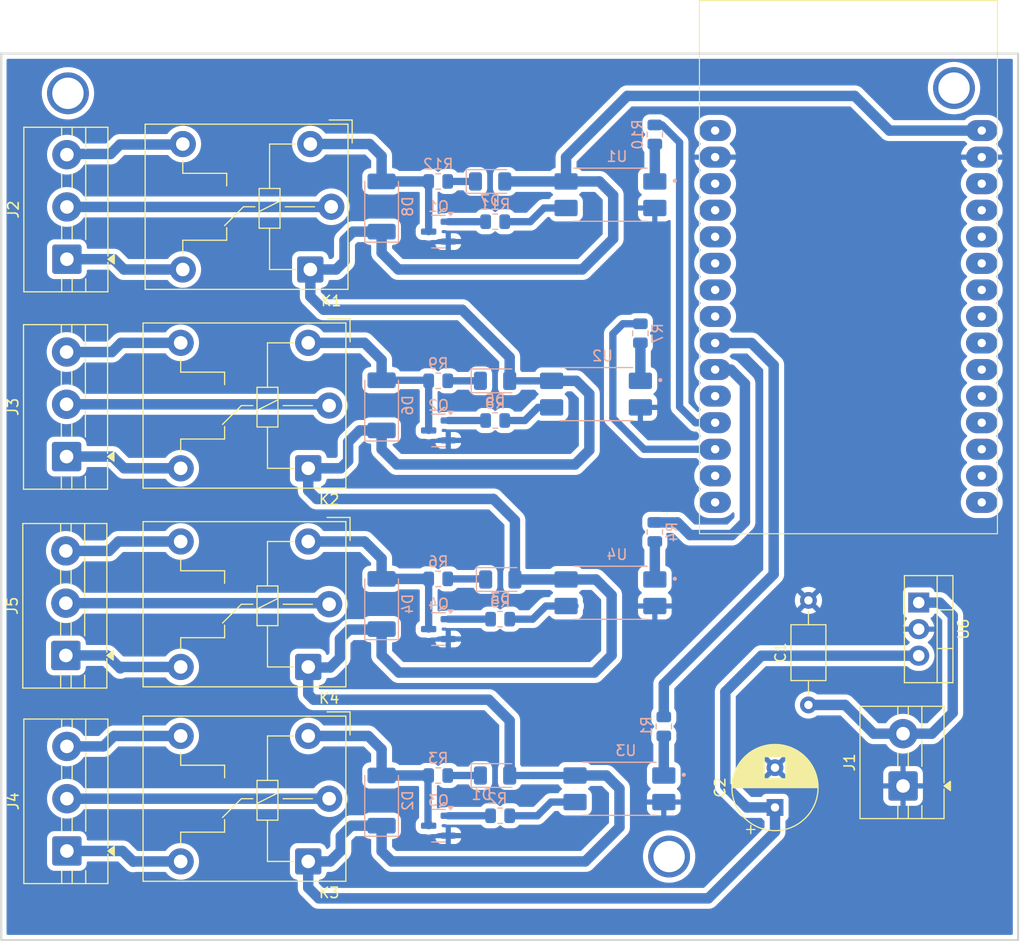
<source format=kicad_pcb>
(kicad_pcb (version 20241229) (generator "pcbnew") (generator_version "9.0")
  (layers (0 "F.Cu" signal) (2 "B.Cu" signal) (13 "F.Paste" user) (15 "B.Paste" user) (5 "F.SilkS" user "F.Silkscreen") (7 "B.SilkS" user "B.Silkscreen") (1 "F.Mask" user) (3 "B.Mask" user) (25 "Edge.Cuts" user))
  (net 0 "")
  (net 1 "Net-(D1-K)")
  (net 2 "Net-(D2-A)")
  (net 3 "Net-(D3-K)")
  (net 4 "Net-(D4-A)")
  (net 5 "Net-(D5-K)")
  (net 6 "Net-(D6-A)")
  (net 7 "Net-(D7-K)")
  (net 8 "Net-(D8-A)")
  (net 9 "NA3")
  (net 10 "NA4")
  (net 11 "NA1")
  (net 12 "NA2")
  (net 13 "GND")
  (net 14 "Net-(Q1-B)")
  (net 15 "Net-(Q2-B)")
  (net 16 "Net-(Q3-B)")
  (net 17 "Net-(Q4-B)")
  (net 18 "Net-(R1-Pad2)")
  (net 19 "Net-(R2-Pad1)")
  (net 20 "Net-(R4-Pad1)")
  (net 21 "Net-(R5-Pad1)")
  (net 22 "Net-(R7-Pad1)")
  (net 23 "Net-(R8-Pad1)")
  (net 24 "Net-(R10-Pad2)")
  (net 25 "Net-(R11-Pad1)")
  (net 26 "COM4")
  (net 27 "NC4")
  (net 28 "COM2")
  (net 29 "NC2")
  (net 30 "NC1")
  (net 31 "COM3")
  (net 32 "NC3")
  (net 33 "COM1")
  (net 34 "D27")
  (net 35 "D26")
  (net 36 "VN")
  (net 37 "D33")
  (net 38 "VP")
  (net 39 "D13")
  (net 40 "D14")
  (net 41 "D32")
  (net 42 "D12")
  (net 43 "EN")
  (net 44 "VIN")
  (net 45 "D25")
  (net 46 "D34")
  (net 47 "D35")
  (net 48 "TX0")
  (net 49 "D5")
  (net 50 "D4")
  (net 51 "D23")
  (net 52 "D18")
  (net 53 "DX2")
  (net 54 "D19")
  (net 55 "D15")
  (net 56 "D21")
  (net 57 "D22")
  (net 58 "RX2")
  (net 59 "RX0")
  (net 60 "D2")
  (net 61 "3V3")
  (net 62 "Net-(J1-Pin_2)")
  (footprint "Relay_THT:Relay_SPDT_Hongfa_JQC-3FF_0XX-1Z" (layer "F.Cu") (at 109.9825 90.3675 180)
    (property "Reference" "K4" (at -2 -3 0) (layer "F.SilkS"))
    (property "Value" "JQC-3FF-005-1Z")
    (pad "11" thru_hole circle (at -2 6 180) (size 2.5 2.5) (drill 1.3) (layers "*.Cu" "*.Mask") (net 26 "COM4"))
    (pad "12" thru_hole circle (at 12.2 0 180) (size 2.5 2.5) (drill 1.3) (layers "*.Cu" "*.Mask") (net 10 "NA4"))
    (pad "14" thru_hole circle (at 12.2 12 180) (size 2.5 2.5) (drill 1.3) (layers "*.Cu" "*.Mask") (net 27 "NC4"))
    (pad "A1" thru_hole roundrect (at 0 0 180) (size 2.5 2.5) (drill 1.3) (layers "*.Cu" "*.Mask") (roundrect_rratio 0.1) (net 44 "VIN"))
    (pad "A2" thru_hole circle (at 0 12 180) (size 2.5 2.5) (drill 1.3) (layers "*.Cu" "*.Mask") (net 4 "Net-(D4-A)"))
  )
  (footprint "TerminalBlock:TerminalBlock_MaiXu_MX126-5.0-03P_1x03_P5.00mm" (layer "F.Cu") (at 86.8 89.2675 90)
    (property "Reference" "J5" (at 4.75 -5.12 90) (layer "F.SilkS"))
    (property "Value" "Screw_Terminal_01x03")
    (pad "1" thru_hole roundrect (at 0 0 90) (size 2.8 2.8) (drill 1.3) (layers "*.Cu" "*.Mask") (roundrect_rratio 0.089286) (net 10 "NA4"))
    (pad "2" thru_hole circle (at 5 0 90) (size 2.8 2.8) (drill 1.3) (layers "*.Cu" "*.Mask") (net 26 "COM4"))
    (pad "3" thru_hole circle (at 10 0 90) (size 2.8 2.8) (drill 1.3) (layers "*.Cu" "*.Mask") (net 27 "NC4"))
  )
  (footprint "Relay_THT:Relay_SPDT_Hongfa_JQC-3FF_0XX-1Z" (layer "F.Cu") (at 109.9825 108.9675 180)
    (property "Reference" "K3" (at -2 -3 0) (layer "F.SilkS"))
    (property "Value" "JQC-3FF-005-1Z" (hide yes))
    (pad "11" thru_hole circle (at -2 6 180) (size 2.5 2.5) (drill 1.3) (layers "*.Cu" "*.Mask") (net 31 "COM3"))
    (pad "12" thru_hole circle (at 12.2 0 180) (size 2.5 2.5) (drill 1.3) (layers "*.Cu" "*.Mask") (net 9 "NA3"))
    (pad "14" thru_hole circle (at 12.2 12 180) (size 2.5 2.5) (drill 1.3) (layers "*.Cu" "*.Mask") (net 32 "NC3"))
    (pad "A1" thru_hole roundrect (at 0 0 180) (size 2.5 2.5) (drill 1.3) (layers "*.Cu" "*.Mask") (roundrect_rratio 0.1) (net 44 "VIN"))
    (pad "A2" thru_hole circle (at 0 12 180) (size 2.5 2.5) (drill 1.3) (layers "*.Cu" "*.Mask") (net 2 "Net-(D2-A)"))
  )
  (footprint "esp32-30pines:esp32" (layer "F.Cu") (at 174.4 74.625 180)
    (property "Reference" "U5" (hide yes))
    (property "Value" "~" (hide yes))
    (pad "1" thru_hole oval (at 0 0 180) (size 3 2) (drill 0.8) (layers "*.Cu" "*.Mask") (net 43 "EN") (clearance 0.5))
    (pad "2" thru_hole oval (at 0 2.54 180) (size 3 2) (drill 0.8) (layers "*.Cu" "*.Mask") (net 38 "VP") (clearance 0.5))
    (pad "3" thru_hole oval (at 0 5.08 180) (size 3 2) (drill 0.8) (layers "*.Cu" "*.Mask") (net 36 "VN") (clearance 0.5))
    (pad "4" thru_hole oval (at 0 7.62 180) (size 3 2) (drill 0.8) (layers "*.Cu" "*.Mask") (net 46 "D34") (clearance 0.5))
    (pad "5" thru_hole oval (at 0 10.16 180) (size 3 2) (drill 0.8) (layers "*.Cu" "*.Mask") (net 47 "D35") (clearance 0.5))
    (pad "6" thru_hole oval (at 0 12.7 180) (size 3 2) (drill 0.8) (layers "*.Cu" "*.Mask") (net 41 "D32") (clearance 0.5))
    (pad "7" thru_hole oval (at 0 15.24 180) (size 3 2) (drill 0.8) (layers "*.Cu" "*.Mask") (net 37 "D33") (clearance 0.5))
    (pad "8" thru_hole oval (at 0 17.78 180) (size 3 2) (drill 0.8) (layers "*.Cu" "*.Mask") (net 45 "D25") (clearance 0.5))
    (pad "9" thru_hole oval (at 0 20.32 180) (size 3 2) (drill 0.8) (layers "*.Cu" "*.Mask") (net 35 "D26") (clearance 0.5))
    (pad "10" thru_hole oval (at 0 22.86 180) (size 3 2) (drill 0.8) (layers "*.Cu" "*.Mask") (net 34 "D27") (clearance 0.5))
    (pad "11" thru_hole oval (at 0 25.4 180) (size 3 2) (drill 0.8) (layers "*.Cu" "*.Mask") (net 40 "D14") (clearance 0.5))
    (pad "12" thru_hole oval (at 0 27.94 180) (size 3 2) (drill 0.8) (layers "*.Cu" "*.Mask") (net 42 "D12") (clearance 0.5))
    (pad "13" thru_hole oval (at 0 30.48 180) (size 3 2) (drill 0.8) (layers "*.Cu" "*.Mask") (net 39 "D13") (clearance 0.5))
    (pad "14" thru_hole oval (at 0 33.02 180) (size 3 2) (drill 0.8) (layers "*.Cu" "*.Mask") (net 13 "GND") (clearance 0.5))
    (pad "15" thru_hole oval (at 0 35.56 180) (size 3 2) (drill 0.8) (layers "*.Cu" "*.Mask") (net 44 "VIN") (clearance 0.5))
    (pad "16" thru_hole oval (at 25.5 0 180) (size 3 2) (drill 0.8) (layers "*.Cu" "*.Mask") (net 51 "D23") (clearance 0.5))
    (pad "17" thru_hole oval (at 25.5 2.54 180) (size 3 2) (drill 0.8) (layers "*.Cu" "*.Mask") (net 57 "D22") (clearance 0.5))
    (pad "18" thru_hole oval (at 25.5 5.08 180) (size 3 2) (drill 0.8) (layers "*.Cu" "*.Mask") (net 48 "TX0") (clearance 0.5))
    (pad "19" thru_hole oval (at 25.5 7.62 180) (size 3 2) (drill 0.8) (layers "*.Cu" "*.Mask") (net 59 "RX0") (clearance 0.5))
    (pad "20" thru_hole oval (at 25.5 10.16 180) (size 3 2) (drill 0.8) (layers "*.Cu" "*.Mask") (net 56 "D21") (clearance 0.5))
    (pad "21" thru_hole oval (at 25.5 12.7 180) (size 3 2) (drill 0.8) (layers "*.Cu" "*.Mask") (net 54 "D19") (clearance 0.5))
    (pad "22" thru_hole oval (at 25.5 15.24 180) (size 3 2) (drill 0.8) (layers "*.Cu" "*.Mask") (net 52 "D18") (clearance 0.5))
    (pad "23" thru_hole oval (at 25.5 17.78 180) (size 3 2) (drill 0.8) (layers "*.Cu" "*.Mask") (net 49 "D5") (clearance 0.5))
    (pad "24" thru_hole oval (at 25.5 20.32 180) (size 3 2) (drill 0.8) (layers "*.Cu" "*.Mask") (net 53 "DX2") (clearance 0.5))
    (pad "25" thru_hole oval (at 25.5 22.86 180) (size 3 2) (drill 0.8) (layers "*.Cu" "*.Mask") (net 58 "RX2") (clearance 0.5))
    (pad "26" thru_hole oval (at 25.5 25.4 180) (size 3 2) (drill 0.8) (layers "*.Cu" "*.Mask") (net 50 "D4") (clearance 0.5))
    (pad "27" thru_hole oval (at 25.5 27.94 180) (size 3 2) (drill 0.8) (layers "*.Cu" "*.Mask") (net 60 "D2") (clearance 0.5))
    (pad "28" thru_hole oval (at 25.5 30.48 180) (size 3 2) (drill 0.8) (layers "*.Cu" "*.Mask") (net 55 "D15") (clearance 0.5))
    (pad "29" thru_hole oval (at 25.5 33.02 180) (size 3 2) (drill 0.8) (layers "*.Cu" "*.Mask") (net 13 "GND") (clearance 0.5))
    (pad "30" thru_hole oval (at 25.5 35.56 180) (size 3 2) (drill 0.8) (layers "*.Cu" "*.Mask") (net 61 "3V3") (clearance 0.5))
  )
  (footprint "TerminalBlock:TerminalBlock_MaiXu_MX126-5.0-03P_1x03_P5.00mm" (layer "F.Cu") (at 86.8675 70.245 90)
    (property "Reference" "J3" (at 4.75 -5.12 90) (layer "F.SilkS"))
    (property "Value" "~")
    (pad "1" thru_hole roundrect (at 0 0 90) (size 2.8 2.8) (drill 1.3) (layers "*.Cu" "*.Mask") (roundrect_rratio 0.089286) (net 12 "NA2"))
    (pad "2" thru_hole circle (at 5 0 90) (size 2.8 2.8) (drill 1.3) (layers "*.Cu" "*.Mask") (net 28 "COM2"))
    (pad "3" thru_hole circle (at 10 0 90) (size 2.8 2.8) (drill 1.3) (layers "*.Cu" "*.Mask") (net 29 "NC2"))
  )
  (footprint "Relay_THT:Relay_SPDT_Hongfa_JQC-3FF_0XX-1Z" (layer "F.Cu") (at 109.9825 71.3675 180)
    (property "Reference" "K2" (at -2 -3 0) (layer "F.SilkS"))
    (property "Value" "JQC-3FF-005-1Z")
    (pad "11" thru_hole circle (at -2 6 180) (size 2.5 2.5) (drill 1.3) (layers "*.Cu" "*.Mask") (net 28 "COM2"))
    (pad "12" thru_hole circle (at 12.2 0 180) (size 2.5 2.5) (drill 1.3) (layers "*.Cu" "*.Mask") (net 12 "NA2"))
    (pad "14" thru_hole circle (at 12.2 12 180) (size 2.5 2.5) (drill 1.3) (layers "*.Cu" "*.Mask") (net 29 "NC2"))
    (pad "A1" thru_hole roundrect (at 0 0 180) (size 2.5 2.5) (drill 1.3) (layers "*.Cu" "*.Mask") (roundrect_rratio 0.1) (net 44 "VIN"))
    (pad "A2" thru_hole circle (at 0 12 180) (size 2.5 2.5) (drill 1.3) (layers "*.Cu" "*.Mask") (net 6 "Net-(D6-A)"))
  )
  (footprint "TerminalBlock:TerminalBlock_MaiXu_MX126-5.0-02P_1x02_P5.00mm" (layer "F.Cu") (at 166.875 101.75 90)
    (property "Reference" "J1" (at 2.25 -5.12 90) (layer "F.SilkS"))
    (property "Value" "~")
    (pad "1" thru_hole roundrect (at 0 0 90) (size 2.8 2.8) (drill 1.3) (layers "*.Cu" "*.Mask") (roundrect_rratio 0.089286) (net 13 "GND"))
    (pad "2" thru_hole circle (at 5 0 90) (size 2.8 2.8) (drill 1.3) (layers "*.Cu" "*.Mask") (net 62 "Net-(J1-Pin_2)"))
  )
  (footprint "TerminalBlock:TerminalBlock_MaiXu_MX126-5.0-03P_1x03_P5.00mm" (layer "F.Cu") (at 86.9 51.3675 90)
    (property "Reference" "J2" (at 4.75 -5.12 90) (layer "F.SilkS"))
    (property "Value" "Screw_Terminal_01x03")
    (pad "1" thru_hole roundrect (at 0 0 90) (size 2.8 2.8) (drill 1.3) (layers "*.Cu" "*.Mask") (roundrect_rratio 0.089286) (net 11 "NA1"))
    (pad "2" thru_hole circle (at 5 0 90) (size 2.8 2.8) (drill 1.3) (layers "*.Cu" "*.Mask") (net 33 "COM1"))
    (pad "3" thru_hole circle (at 10 0 90) (size 2.8 2.8) (drill 1.3) (layers "*.Cu" "*.Mask") (net 30 "NC1"))
  )
  (footprint "Capacitor_THT:CP_Radial_D8.0mm_P3.80mm" (layer "F.Cu") (at 154.625 103.802651 90)
    (property "Reference" "C2" (at 1.9 -5.25 90) (layer "F.SilkS"))
    (property "Value" "~")
    (pad "1" thru_hole rect (at 0 0 90) (size 1.6 1.6) (drill 0.8) (layers "*.Cu" "*.Mask") (net 44 "VIN"))
    (pad "2" thru_hole circle (at 3.8 0 90) (size 1.6 1.6) (drill 0.8) (layers "*.Cu" "*.Mask") (net 13 "GND"))
  )
  (footprint "TerminalBlock:TerminalBlock_MaiXu_MX126-5.0-03P_1x03_P5.00mm" (layer "F.Cu") (at 86.9 107.9675 90)
    (property "Reference" "J4" (at 4.75 -5.12 90) (layer "F.SilkS"))
    (property "Value" "Screw_Terminal_01x03")
    (pad "1" thru_hole roundrect (at 0 0 90) (size 2.8 2.8) (drill 1.3) (layers "*.Cu" "*.Mask") (roundrect_rratio 0.089286) (net 9 "NA3"))
    (pad "2" thru_hole circle (at 5 0 90) (size 2.8 2.8) (drill 1.3) (layers "*.Cu" "*.Mask") (net 31 "COM3"))
    (pad "3" thru_hole circle (at 10 0 90) (size 2.8 2.8) (drill 1.3) (layers "*.Cu" "*.Mask") (net 32 "NC3"))
  )
  (footprint "Relay_THT:Relay_SPDT_Hongfa_JQC-3FF_0XX-1Z" (layer "F.Cu") (at 110.1825 52.3525 180)
    (property "Reference" "K1" (at -2 -3 0) (layer "F.SilkS"))
    (property "Value" "JQC-3FF-005-1Z")
    (pad "11" thru_hole circle (at -2 6 180) (size 2.5 2.5) (drill 1.3) (layers "*.Cu" "*.Mask") (net 33 "COM1"))
    (pad "12" thru_hole circle (at 12.2 0 180) (size 2.5 2.5) (drill 1.3) (layers "*.Cu" "*.Mask") (net 11 "NA1"))
    (pad "14" thru_hole circle (at 12.2 12 180) (size 2.5 2.5) (drill 1.3) (layers "*.Cu" "*.Mask") (net 30 "NC1"))
    (pad "A1" thru_hole roundrect (at 0 0 180) (size 2.5 2.5) (drill 1.3) (layers "*.Cu" "*.Mask") (roundrect_rratio 0.1) (net 44 "VIN"))
    (pad "A2" thru_hole circle (at 0 12 180) (size 2.5 2.5) (drill 1.3) (layers "*.Cu" "*.Mask") (net 8 "Net-(D8-A)"))
  )
  (footprint "Package_TO_SOT_THT:TO-220-3_Vertical" (layer "F.Cu") (at 168.375 84.21 -90)
    (property "Reference" "U6" (at 2.54 -4.27 90) (layer "F.SilkS"))
    (property "Value" "LM7805_TO220")
    (pad "1" thru_hole rect (at 0 0 270) (size 1.905 2) (drill 1.1) (layers "*.Cu" "*.Mask") (net 62 "Net-(J1-Pin_2)"))
    (pad "2" thru_hole oval (at 2.54 0 270) (size 1.905 2) (drill 1.1) (layers "*.Cu" "*.Mask") (net 13 "GND"))
    (pad "3" thru_hole oval (at 5.08 0 270) (size 1.905 2) (drill 1.1) (layers "*.Cu" "*.Mask") (net 44 "VIN"))
  )
  (footprint "Capacitor_THT:C_Axial_L5.1mm_D3.1mm_P10.00mm_Horizontal" (layer "F.Cu") (at 157.825 94 90)
    (property "Reference" "C1" (at 5 -2.67 90) (layer "F.SilkS"))
    (property "Value" "~")
    (pad "1" thru_hole circle (at 0 0 90) (size 1.6 1.6) (drill 0.8) (layers "*.Cu" "*.Mask") (net 62 "Net-(J1-Pin_2)"))
    (pad "2" thru_hole circle (at 10 0 90) (size 1.6 1.6) (drill 0.8) (layers "*.Cu" "*.Mask") (net 13 "GND"))
  )
  (footprint "Resistor_SMD:R_0805_2012Metric" (layer "B.Cu") (at 143.99 96.055 -90)
    (property "Reference" "R1" (at 0 1.65 90) (layer "B.SilkS") (effects (justify mirror)))
    (property "Value" "220")
    (pad "1" smd roundrect (at -0.9125 0 270) (size 1.025 1.4) (layers "B.Cu" "B.Mask" "B.Paste") (roundrect_rratio 0.243902) (net 52 "D18"))
    (pad "2" smd roundrect (at 0.9125 0 270) (size 1.025 1.4) (layers "B.Cu" "B.Mask" "B.Paste") (roundrect_rratio 0.243902) (net 18 "Net-(R1-Pad2)"))
  )
  (footprint "PC817SMD:SOIC254P1000X400-4N" (layer "B.Cu") (at 138.8875 83.27 180)
    (property "Reference" "U4" (at -0.625 3.652 0) (layer "B.SilkS") (effects (justify mirror)))
    (property "Value" "PC817")
    (pad "1" smd roundrect (at -4.245 1.27 180) (size 2.22 1.57) (layers "B.Cu" "B.Mask" "B.Paste") (roundrect_rratio 0.125) (net 20 "Net-(R4-Pad1)"))
    (pad "2" smd roundrect (at -4.245 -1.27 180) (size 2.22 1.57) (layers "B.Cu" "B.Mask" "B.Paste") (roundrect_rratio 0.125) (net 13 "GND"))
    (pad "3" smd roundrect (at 4.245 -1.27 180) (size 2.22 1.57) (layers "B.Cu" "B.Mask" "B.Paste") (roundrect_rratio 0.125) (net 21 "Net-(R5-Pad1)"))
    (pad "4" smd roundrect (at 4.245 1.27 180) (size 2.22 1.57) (layers "B.Cu" "B.Mask" "B.Paste") (roundrect_rratio 0.125) (net 44 "VIN"))
  )
  (footprint "LED_SMD:LED_1206_3216Metric" (layer "B.Cu") (at 127.375 43.93)
    (property "Reference" "D7" (at 0 1.83 0) (layer "B.SilkS") (effects (justify mirror)))
    (property "Value" "led smd 1206")
    (pad "1" smd roundrect (at -1.4 0) (size 1.25 1.75) (layers "B.Cu" "B.Mask" "B.Paste") (roundrect_rratio 0.2) (net 7 "Net-(D7-K)"))
    (pad "2" smd roundrect (at 1.4 0) (size 1.25 1.75) (layers "B.Cu" "B.Mask" "B.Paste") (roundrect_rratio 0.2) (net 44 "VIN"))
  )
  (footprint "Resistor_SMD:R_0805_2012Metric" (layer "B.Cu") (at 143.1325 39.44 -90)
    (property "Reference" "R10" (at 0 1.65 90) (layer "B.SilkS") (effects (justify mirror)))
    (property "Value" "220")
    (pad "1" smd roundrect (at -0.9125 0 270) (size 1.025 1.4) (layers "B.Cu" "B.Mask" "B.Paste") (roundrect_rratio 0.243902) (net 59 "RX0"))
    (pad "2" smd roundrect (at 0.9125 0 270) (size 1.025 1.4) (layers "B.Cu" "B.Mask" "B.Paste") (roundrect_rratio 0.243902) (net 24 "Net-(R10-Pad2)"))
  )
  (footprint "Resistor_SMD:R_0805_2012Metric" (layer "B.Cu") (at 122.4125 81.945 180)
    (property "Reference" "R6" (at 0 1.65 0) (layer "B.SilkS") (effects (justify mirror)))
    (property "Value" "220")
    (pad "1" smd roundrect (at -0.9125 0 180) (size 1.025 1.4) (layers "B.Cu" "B.Mask" "B.Paste") (roundrect_rratio 0.243902) (net 3 "Net-(D3-K)"))
    (pad "2" smd roundrect (at 0.9125 0 180) (size 1.025 1.4) (layers "B.Cu" "B.Mask" "B.Paste") (roundrect_rratio 0.243902) (net 4 "Net-(D4-A)"))
  )
  (footprint "LED_SMD:LED_1206_3216Metric" (layer "B.Cu") (at 127.85 100.75)
    (property "Reference" "D1" (at -1.275 1.83 0) (layer "B.SilkS") (effects (justify mirror)))
    (property "Value" "led smd 1206")
    (pad "1" smd roundrect (at -1.4 0) (size 1.25 1.75) (layers "B.Cu" "B.Mask" "B.Paste") (roundrect_rratio 0.2) (net 1 "Net-(D1-K)"))
    (pad "2" smd roundrect (at 1.4 0) (size 1.25 1.75) (layers "B.Cu" "B.Mask" "B.Paste") (roundrect_rratio 0.2) (net 44 "VIN"))
  )
  (footprint "LED_SMD:LED_1206_3216Metric" (layer "B.Cu") (at 128.35 82)
    (property "Reference" "D3" (at 0 1.83 0) (layer "B.SilkS") (effects (justify mirror)))
    (property "Value" "led smd 1206")
    (pad "1" smd roundrect (at -1.4 0) (size 1.25 1.75) (layers "B.Cu" "B.Mask" "B.Paste") (roundrect_rratio 0.2) (net 3 "Net-(D3-K)"))
    (pad "2" smd roundrect (at 1.4 0) (size 1.25 1.75) (layers "B.Cu" "B.Mask" "B.Paste") (roundrect_rratio 0.2) (net 44 "VIN"))
  )
  (footprint "Package_TO_SOT_SMD:SOT-23" (layer "B.Cu") (at 122.4375 67.745 180)
    (property "Reference" "Q2" (at 0 2.4 0) (layer "B.SilkS") (effects (justify mirror)))
    (property "Value" "MMBT3904")
    (pad "1" smd roundrect (at -0.9375 0.95 180) (size 1.475 0.6) (layers "B.Cu" "B.Mask" "B.Paste") (net 15 "Net-(Q2-B)"))
    (pad "2" smd roundrect (at -0.9375 -0.95 180) (size 1.475 0.6) (layers "B.Cu" "B.Mask" "B.Paste") (net 13 "GND"))
    (pad "3" smd roundrect (at 0.9375 0 180) (size 1.475 0.6) (layers "B.Cu" "B.Mask" "B.Paste") (net 6 "Net-(D6-A)"))
  )
  (footprint "Diode_SMD:D_MELF" (layer "B.Cu") (at 117 84.345 90)
    (property "Reference" "D4" (at 0 2.5 90) (layer "B.SilkS") (effects (justify mirror)))
    (property "Value" "SM4007")
    (pad "1" smd roundrect (at -2.4 0 90) (size 1.5 2.7) (layers "B.Cu" "B.Mask" "B.Paste") (roundrect_rratio 0.1666666667) (net 44 "VIN"))
    (pad "2" smd roundrect (at 2.4 0 90) (size 1.5 2.7) (layers "B.Cu" "B.Mask" "B.Paste") (roundrect_rratio 0.1666666667) (net 4 "Net-(D4-A)"))
  )
  (footprint "Package_TO_SOT_SMD:SOT-23" (layer "B.Cu") (at 122.4375 86.745 180)
    (property "Reference" "Q4" (at 0 2.4 0) (layer "B.SilkS") (effects (justify mirror)))
    (property "Value" "MMBT3904")
    (pad "1" smd roundrect (at -0.9375 0.95 180) (size 1.475 0.6) (layers "B.Cu" "B.Mask" "B.Paste") (net 17 "Net-(Q4-B)"))
    (pad "2" smd roundrect (at -0.9375 -0.95 180) (size 1.475 0.6) (layers "B.Cu" "B.Mask" "B.Paste") (net 13 "GND"))
    (pad "3" smd roundrect (at 0.9375 0 180) (size 1.475 0.6) (layers "B.Cu" "B.Mask" "B.Paste") (net 4 "Net-(D4-A)"))
  )
  (footprint "Resistor_SMD:R_0805_2012Metric" (layer "B.Cu") (at 127.8625 66.795 180)
    (property "Reference" "R8" (at 0 1.65 0) (layer "B.SilkS") (effects (justify mirror)))
    (property "Value" "1k")
    (pad "1" smd roundrect (at -0.9125 0 180) (size 1.025 1.4) (layers "B.Cu" "B.Mask" "B.Paste") (roundrect_rratio 0.243902) (net 23 "Net-(R8-Pad1)"))
    (pad "2" smd roundrect (at 0.9125 0 180) (size 1.025 1.4) (layers "B.Cu" "B.Mask" "B.Paste") (roundrect_rratio 0.243902) (net 15 "Net-(Q2-B)"))
  )
  (footprint "Package_TO_SOT_SMD:SOT-23" (layer "B.Cu") (at 122.4375 105.55 180)
    (property "Reference" "Q3" (at 0 2.4 0) (layer "B.SilkS") (effects (justify mirror)))
    (property "Value" "MMBT3904")
    (pad "1" smd roundrect (at -0.9375 0.95 180) (size 1.475 0.6) (layers "B.Cu" "B.Mask" "B.Paste") (net 16 "Net-(Q3-B)"))
    (pad "2" smd roundrect (at -0.9375 -0.95 180) (size 1.475 0.6) (layers "B.Cu" "B.Mask" "B.Paste") (net 13 "GND"))
    (pad "3" smd roundrect (at 0.9375 0 180) (size 1.475 0.6) (layers "B.Cu" "B.Mask" "B.Paste") (net 2 "Net-(D2-A)"))
  )
  (footprint "Resistor_SMD:R_0805_2012Metric" (layer "B.Cu") (at 141.75 58.455 90)
    (property "Reference" "R7" (at 0 1.65 90) (layer "B.SilkS") (effects (justify mirror)))
    (property "Value" "220")
    (pad "1" smd roundrect (at -0.9125 0 90) (size 1.025 1.4) (layers "B.Cu" "B.Mask" "B.Paste") (roundrect_rratio 0.243902) (net 22 "Net-(R7-Pad1)"))
    (pad "2" smd roundrect (at 0.9125 0 90) (size 1.025 1.4) (layers "B.Cu" "B.Mask" "B.Paste") (roundrect_rratio 0.243902) (net 48 "TX0"))
  )
  (footprint "PC817SMD:SOIC254P1000X400-4N" (layer "B.Cu") (at 138.8875 45.2 180)
    (property "Reference" "U1" (at -0.625 3.652 0) (layer "B.SilkS") (effects (justify mirror)))
    (property "Value" "PC817")
    (pad "1" smd roundrect (at -4.245 1.27 180) (size 2.22 1.57) (layers "B.Cu" "B.Mask" "B.Paste") (roundrect_rratio 0.125) (net 24 "Net-(R10-Pad2)"))
    (pad "2" smd roundrect (at -4.245 -1.27 180) (size 2.22 1.57) (layers "B.Cu" "B.Mask" "B.Paste") (roundrect_rratio 0.125) (net 13 "GND"))
    (pad "3" smd roundrect (at 4.245 -1.27 180) (size 2.22 1.57) (layers "B.Cu" "B.Mask" "B.Paste") (roundrect_rratio 0.125) (net 25 "Net-(R11-Pad1)"))
    (pad "4" smd roundrect (at 4.245 1.27 180) (size 2.22 1.57) (layers "B.Cu" "B.Mask" "B.Paste") (roundrect_rratio 0.125) (net 44 "VIN"))
  )
  (footprint "Resistor_SMD:R_0805_2012Metric" (layer "B.Cu") (at 122.4125 43.93 180)
    (property "Reference" "R12" (at 0 1.65 0) (layer "B.SilkS") (effects (justify mirror)))
    (property "Value" "220")
    (pad "1" smd roundrect (at -0.9125 0 180) (size 1.025 1.4) (layers "B.Cu" "B.Mask" "B.Paste") (roundrect_rratio 0.243902) (net 7 "Net-(D7-K)"))
    (pad "2" smd roundrect (at 0.9125 0 180) (size 1.025 1.4) (layers "B.Cu" "B.Mask" "B.Paste") (roundrect_rratio 0.243902) (net 8 "Net-(D8-A)"))
  )
  (footprint "Package_TO_SOT_SMD:SOT-23" (layer "B.Cu") (at 122.4375 48.73 180)
    (property "Reference" "Q1" (at 0 2.4 0) (layer "B.SilkS") (effects (justify mirror)))
    (property "Value" "MMBT3904")
    (pad "1" smd roundrect (at -0.9375 0.95 180) (size 1.475 0.6) (layers "B.Cu" "B.Mask" "B.Paste") (net 14 "Net-(Q1-B)"))
    (pad "2" smd roundrect (at -0.9375 -0.95 180) (size 1.475 0.6) (layers "B.Cu" "B.Mask" "B.Paste") (net 13 "GND"))
    (pad "3" smd roundrect (at 0.9375 0 180) (size 1.475 0.6) (layers "B.Cu" "B.Mask" "B.Paste") (net 8 "Net-(D8-A)"))
  )
  (footprint "LED_SMD:LED_1206_3216Metric" (layer "B.Cu") (at 127.85 63)
    (property "Reference" "D5" (at 0 1.83 0) (layer "B.SilkS") (effects (justify mirror)))
    (property "Value" "led smd 1206" (hide yes))
    (pad "1" smd roundrect (at -1.4 0) (size 1.25 1.75) (layers "B.Cu" "B.Mask" "B.Paste") (roundrect_rratio 0.2) (net 5 "Net-(D5-K)"))
    (pad "2" smd roundrect (at 1.4 0) (size 1.25 1.75) (layers "B.Cu" "B.Mask" "B.Paste") (roundrect_rratio 0.2) (net 44 "VIN"))
  )
  (footprint "Resistor_SMD:R_0805_2012Metric" (layer "B.Cu") (at 127.8625 47.78 180)
    (property "Reference" "R11" (at 0 1.65 0) (layer "B.SilkS") (effects (justify mirror)))
    (property "Value" "1k")
    (pad "1" smd roundrect (at -0.9125 0 180) (size 1.025 1.4) (layers "B.Cu" "B.Mask" "B.Paste") (roundrect_rratio 0.243902) (net 25 "Net-(R11-Pad1)"))
    (pad "2" smd roundrect (at 0.9125 0 180) (size 1.025 1.4) (layers "B.Cu" "B.Mask" "B.Paste") (roundrect_rratio 0.243902) (net 14 "Net-(Q1-B)"))
  )
  (footprint "Resistor_SMD:R_0805_2012Metric" (layer "B.Cu") (at 128.3375 104.6 180)
    (property "Reference" "R2" (at 0.28631 1.65 0) (layer "B.SilkS") (effects (justify mirror)))
    (property "Value" "1k")
    (pad "1" smd roundrect (at -0.9125 0 180) (size 1.025 1.4) (layers "B.Cu" "B.Mask" "B.Paste") (roundrect_rratio 0.243902) (net 19 "Net-(R2-Pad1)"))
    (pad "2" smd roundrect (at 0.9125 0 180) (size 1.025 1.4) (layers "B.Cu" "B.Mask" "B.Paste") (roundrect_rratio 0.243902) (net 16 "Net-(Q3-B)"))
  )
  (footprint "Resistor_SMD:R_0805_2012Metric" (layer "B.Cu") (at 143.1325 77.455 90)
    (property "Reference" "R4" (at 0 1.65 90) (layer "B.SilkS") (effects (justify mirror)))
    (property "Value" "220")
    (pad "1" smd roundrect (at -0.9125 0 90) (size 1.025 1.4) (layers "B.Cu" "B.Mask" "B.Paste") (roundrect_rratio 0.243902) (net 20 "Net-(R4-Pad1)"))
    (pad "2" smd roundrect (at 0.9125 0 90) (size 1.025 1.4) (layers "B.Cu" "B.Mask" "B.Paste") (roundrect_rratio 0.243902) (net 54 "D19"))
  )
  (footprint "PC817SMD:SOIC254P1000X400-4N" (layer "B.Cu") (at 139.745 102.02 180)
    (property "Reference" "U3" (at -0.625 3.652 0) (layer "B.SilkS") (effects (justify mirror)))
    (property "Value" "PC817")
    (pad "1" smd roundrect (at -4.245 1.27 180) (size 2.22 1.57) (layers "B.Cu" "B.Mask" "B.Paste") (roundrect_rratio 0.125) (net 18 "Net-(R1-Pad2)"))
    (pad "2" smd roundrect (at -4.245 -1.27 180) (size 2.22 1.57) (layers "B.Cu" "B.Mask" "B.Paste") (roundrect_rratio 0.125) (net 13 "GND"))
    (pad "3" smd roundrect (at 4.245 -1.27 180) (size 2.22 1.57) (layers "B.Cu" "B.Mask" "B.Paste") (roundrect_rratio 0.125) (net 19 "Net-(R2-Pad1)"))
    (pad "4" smd roundrect (at 4.245 1.27 180) (size 2.22 1.57) (layers "B.Cu" "B.Mask" "B.Paste") (roundrect_rratio 0.125) (net 44 "VIN"))
  )
  (footprint "Resistor_SMD:R_0805_2012Metric" (layer "B.Cu") (at 128.3375 85.795 180)
    (property "Reference" "R5" (at 0 1.65 0) (layer "B.SilkS") (effects (justify mirror)))
    (property "Value" "1k")
    (pad "1" smd roundrect (at -0.9125 0 180) (size 1.025 1.4) (layers "B.Cu" "B.Mask" "B.Paste") (roundrect_rratio 0.243902) (net 21 "Net-(R5-Pad1)"))
    (pad "2" smd roundrect (at 0.9125 0 180) (size 1.025 1.4) (layers "B.Cu" "B.Mask" "B.Paste") (roundrect_rratio 0.243902) (net 17 "Net-(Q4-B)"))
  )
  (footprint "PC817SMD:SOIC254P1000X400-4N" (layer "B.Cu") (at 137.505 64.27 180)
    (property "Reference" "U2" (at -0.625 3.652 0) (layer "B.SilkS") (effects (justify mirror)))
    (property "Value" "PC817")
    (pad "1" smd roundrect (at -4.245 1.27 180) (size 2.22 1.57) (layers "B.Cu" "B.Mask" "B.Paste") (roundrect_rratio 0.125) (net 22 "Net-(R7-Pad1)"))
    (pad "2" smd roundrect (at -4.245 -1.27 180) (size 2.22 1.57) (layers "B.Cu" "B.Mask" "B.Paste") (roundrect_rratio 0.125) (net 13 "GND"))
    (pad "3" smd roundrect (at 4.245 -1.27 180) (size 2.22 1.57) (layers "B.Cu" "B.Mask" "B.Paste") (roundrect_rratio 0.125) (net 23 "Net-(R8-Pad1)"))
    (pad "4" smd roundrect (at 4.245 1.27 180) (size 2.22 1.57) (layers "B.Cu" "B.Mask" "B.Paste") (roundrect_rratio 0.125) (net 44 "VIN"))
  )
  (footprint "Diode_SMD:D_MELF" (layer "B.Cu") (at 117 65.345 90)
    (property "Reference" "D6" (at 0 2.5 90) (layer "B.SilkS") (effects (justify mirror)))
    (property "Value" "SM4007")
    (pad "1" smd roundrect (at -2.4 0 90) (size 1.5 2.7) (layers "B.Cu" "B.Mask" "B.Paste") (roundrect_rratio 0.1666666667) (net 44 "VIN"))
    (pad "2" smd roundrect (at 2.4 0 90) (size 1.5 2.7) (layers "B.Cu" "B.Mask" "B.Paste") (roundrect_rratio 0.1666666667) (net 6 "Net-(D6-A)"))
  )
  (footprint "Diode_SMD:D_MELF" (layer "B.Cu") (at 117 103.15 90)
    (property "Reference" "D2" (at 0 2.5 90) (layer "B.SilkS") (effects (justify mirror)))
    (property "Value" "SM4007")
    (pad "1" smd roundrect (at -2.4 0 90) (size 1.5 2.7) (layers "B.Cu" "B.Mask" "B.Paste") (roundrect_rratio 0.1666666667) (net 44 "VIN"))
    (pad "2" smd roundrect (at 2.4 0 90) (size 1.5 2.7) (layers "B.Cu" "B.Mask" "B.Paste") (roundrect_rratio 0.1666666667) (net 2 "Net-(D2-A)"))
  )
  (footprint "Diode_SMD:D_MELF" (layer "B.Cu") (at 117 46.33 90)
    (property "Reference" "D8" (at 0 2.5 90) (layer "B.SilkS") (effects (justify mirror)))
    (property "Value" "SM4007")
    (pad "1" smd roundrect (at -2.4 0 90) (size 1.5 2.7) (layers "B.Cu" "B.Mask" "B.Paste") (roundrect_rratio 0.1666666667) (net 44 "VIN"))
    (pad "2" smd roundrect (at 2.4 0 90) (size 1.5 2.7) (layers "B.Cu" "B.Mask" "B.Paste") (roundrect_rratio 0.1666666667) (net 8 "Net-(D8-A)"))
  )
  (footprint "Resistor_SMD:R_0805_2012Metric" (layer "B.Cu") (at 122.4125 100.75 180)
    (property "Reference" "R3" (at 0 1.65 0) (layer "B.SilkS") (effects (justify mirror)))
    (property "Value" "220")
    (pad "1" smd roundrect (at -0.9125 0 180) (size 1.025 1.4) (layers "B.Cu" "B.Mask" "B.Paste") (roundrect_rratio 0.243902) (net 1 "Net-(D1-K)"))
    (pad "2" smd roundrect (at 0.9125 0 180) (size 1.025 1.4) (layers "B.Cu" "B.Mask" "B.Paste") (roundrect_rratio 0.243902) (net 2 "Net-(D2-A)"))
  )
  (footprint "Resistor_SMD:R_0805_2012Metric" (layer "B.Cu") (at 122.4125 63 180)
    (property "Reference" "R9" (at 0 1.65 0) (layer "B.SilkS") (effects (justify mirror)))
    (property "Value" "220")
    (pad "1" smd roundrect (at -0.9125 0 180) (size 1.025 1.4) (layers "B.Cu" "B.Mask" "B.Paste") (roundrect_rratio 0.243902) (net 5 "Net-(D5-K)"))
    (pad "2" smd roundrect (at 0.9125 0 180) (size 1.025 1.4) (layers "B.Cu" "B.Mask" "B.Paste") (roundrect_rratio 0.243902) (net 6 "Net-(D6-A)"))
  )
  (gr_rect (start 80.625 31.7) (end 177.875 116.5) (stroke (width 0.2)) (fill no) (layer "Edge.Cuts"))
  (via (at 87 35.5) (size 4) (drill 3) (layers "F.Cu" "B.Cu") (net 0))
  (via (at 144.5 108.5) (size 4) (drill 3) (layers "F.Cu" "B.Cu") (net 0))
  (via (at 171.75 35) (size 4) (drill 3) (layers "F.Cu" "B.Cu") (net 0))
  (segment (start 126.45 100.75) (end 123.325 100.75) (width 0.7) (layer "B.Cu") (net 1))
  (segment (start 121.4365 100.8135) (end 121.5 100.75) (width 0.7) (layer "B.Cu") (net 2))
  (segment (start 117 98.25) (end 115.7175 96.9675) (width 1) (layer "B.Cu") (net 2))
  (segment (start 121.5 105.55) (end 121.5 105.37726) (width 0.7) (layer "B.Cu") (net 2))
  (segment (start 115.7175 96.9675) (end 109.9825 96.9675) (width 1) (layer "B.Cu") (net 2))
  (segment (start 117 100.75) (end 117 98.25) (width 1) (layer "B.Cu") (net 2))
  (segment (start 121.5 100.75) (end 117 100.75) (width 1) (layer "B.Cu") (net 2))
  (segment (start 121.5 105.37726) (end 121.4365 105.31376) (width 0.7) (layer "B.Cu") (net 2))
  (segment (start 121.4365 105.31376) (end 121.4365 100.8135) (width 0.7) (layer "B.Cu") (net 2))
  (segment (start 126.895 81.945) (end 126.95 82) (width 1) (layer "B.Cu") (net 3))
  (segment (start 123.325 81.945) (end 126.895 81.945) (width 0.7) (layer "B.Cu") (net 3))
  (segment (start 121.5 81.945) (end 121.5 86.745) (width 0.7) (layer "B.Cu") (net 4))
  (segment (start 115.3675 78.3675) (end 117 80) (width 1) (layer "B.Cu") (net 4))
  (segment (start 109.9825 78.3675) (end 115.3675 78.3675) (width 1) (layer "B.Cu") (net 4))
  (segment (start 117 81.945) (end 121.5 81.945) (width 1) (layer "B.Cu") (net 4))
  (segment (start 117 80) (end 117 81.945) (width 1) (layer "B.Cu") (net 4))
  (segment (start 123.325 63) (end 126.45 63) (width 0.7) (layer "B.Cu") (net 5))
  (segment (start 117 62.945) (end 121.445 62.945) (width 0.7) (layer "B.Cu") (net 6))
  (segment (start 121.5 63) (end 121.5 67.745) (width 0.7) (layer "B.Cu") (net 6))
  (segment (start 117 61) (end 117 62.945) (width 1) (layer "B.Cu") (net 6))
  (segment (start 121.445 62.945) (end 121.5 63) (width 1) (layer "B.Cu") (net 6))
  (segment (start 109.9825 59.3675) (end 115.3675 59.3675) (width 1) (layer "B.Cu") (net 6))
  (segment (start 115.3675 59.3675) (end 117 61) (width 1) (layer "B.Cu") (net 6))
  (segment (start 123.325 43.93) (end 125.975 43.93) (width 0.7) (layer "B.Cu") (net 7))
  (segment (start 110.1825 40.3525) (end 115.8525 40.3525) (width 1) (layer "B.Cu") (net 8))
  (segment (start 117 43.93) (end 121.5 43.93) (width 1) (layer "B.Cu") (net 8))
  (segment (start 117 41.5) (end 117 43.93) (width 1) (layer "B.Cu") (net 8))
  (segment (start 121.5 43.93) (end 121.5 48.73) (width 0.7) (layer "B.Cu") (net 8))
  (segment (start 115.8525 40.3525) (end 117 41.5) (width 1) (layer "B.Cu") (net 8))
  (segment (start 93.25 109) (end 92.2175 107.9675) (width 1) (layer "B.Cu") (net 9))
  (segment (start 92.2175 107.9675) (end 86.9 107.9675) (width 1) (layer "B.Cu") (net 9))
  (segment (start 97.7825 108.9675) (end 93.2825 108.9675) (width 1) (layer "B.Cu") (net 9))
  (segment (start 92 90.5) (end 92.1325 90.3675) (width 1) (layer "B.Cu") (net 10))
  (segment (start 92.1325 90.3675) (end 97.7825 90.3675) (width 1) (layer "B.Cu") (net 10))
  (segment (start 86.8 89.2675) (end 90.7675 89.2675) (width 1) (layer "B.Cu") (net 10))
  (segment (start 90.7675 89.2675) (end 92 90.5) (width 1) (layer "B.Cu") (net 10))
  (segment (start 92.3525 52.3525) (end 97.9825 52.3525) (width 1) (layer "B.Cu") (net 11))
  (segment (start 86.9 51.3675) (end 91.3675 51.3675) (width 1) (layer "B.Cu") (net 11))
  (segment (start 91.3675 51.3675) (end 92.3525 52.3525) (width 1) (layer "B.Cu") (net 11))
  (segment (start 92.3675 71.3675) (end 97.7825 71.3675) (width 1) (layer "B.Cu") (net 12))
  (segment (start 86.8675 70.245) (end 91.245 70.245) (width 1) (layer "B.Cu") (net 12))
  (segment (start 91.245 70.245) (end 92.3675 71.3675) (width 1) (layer "B.Cu") (net 12))
  (segment (start 123.375 47.78) (end 126.95 47.78) (width 0.7) (layer "B.Cu") (net 14))
  (segment (start 123.375 66.795) (end 126.95 66.795) (width 0.7) (layer "B.Cu") (net 15))
  (segment (start 127.425 104.6) (end 123.375 104.6) (width 0.7) (layer "B.Cu") (net 16))
  (segment (start 123.375 85.795) (end 127.425 85.795) (width 0.7) (layer "B.Cu") (net 17))
  (segment (start 143.99 96.9675) (end 143.99 100.75) (width 1) (layer "B.Cu") (net 18))
  (segment (start 133.21 103.29) (end 135.5 103.29) (width 0.7) (layer "B.Cu") (net 19))
  (segment (start 131.9 104.6) (end 133.21 103.29) (width 0.7) (layer "B.Cu") (net 19))
  (segment (start 129.25 104.6) (end 131.9 104.6) (width 0.7) (layer "B.Cu") (net 19))
  (segment (start 143.1325 78.3675) (end 143.1325 82) (width 1) (layer "B.Cu") (net 20))
  (segment (start 132.71 84.54) (end 131.455 85.795) (width 0.7) (layer "B.Cu") (net 21))
  (segment (start 131.455 85.795) (end 129.25 85.795) (width 0.7) (layer "B.Cu") (net 21))
  (segment (start 135.5 84.54) (end 132.71 84.54) (width 0.7) (layer "B.Cu") (net 21))
  (segment (start 141.75 63) (end 141.75 59.3675) (width 1) (layer "B.Cu") (net 22))
  (segment (start 131.96 65.54) (end 133.26 65.54) (width 0.7) (layer "B.Cu") (net 23))
  (segment (start 128.775 66.795) (end 130.705 66.795) (width 0.7) (layer "B.Cu") (net 23))
  (segment (start 130.705 66.795) (end 131.96 65.54) (width 0.7) (layer "B.Cu") (net 23))
  (segment (start 143.1325 43.93) (end 143.1325 40.3525) (width 1) (layer "B.Cu") (net 24))
  (segment (start 132.53 46.47) (end 134.6425 46.47) (width 0.7) (layer "B.Cu") (net 25))
  (segment (start 131.22 47.78) (end 132.53 46.47) (width 0.7) (layer "B.Cu") (net 25))
  (segment (start 128.775 47.78) (end 131.22 47.78) (width 0.7) (layer "B.Cu") (net 25))
  (segment (start 111.8825 84.2675) (end 111.9825 84.3675) (width 1) (layer "B.Cu") (net 26))
  (segment (start 86.8 84.2675) (end 111.8825 84.2675) (width 1) (layer "B.Cu") (net 26))
  (segment (start 91.8325 78.3675) (end 97.7825 78.3675) (width 1) (layer "B.Cu") (net 27))
  (segment (start 90.9325 79.2675) (end 91.8325 78.3675) (width 1) (layer "B.Cu") (net 27))
  (segment (start 86.8 79.2675) (end 90.9325 79.2675) (width 1) (layer "B.Cu") (net 27))
  (segment (start 86.8675 65.245) (end 111.86 65.245) (width 1) (layer "B.Cu") (net 28))
  (segment (start 111.86 65.245) (end 111.9825 65.3675) (width 1) (layer "B.Cu") (net 28))
  (segment (start 86.8675 60.245) (end 91.205 60.245) (width 1) (layer "B.Cu") (net 29))
  (segment (start 91.205 60.245) (end 92.0825 59.3675) (width 1) (layer "B.Cu") (net 29))
  (segment (start 92.0825 59.3675) (end 97.7825 59.3675) (width 1) (layer "B.Cu") (net 29))
  (segment (start 91.075 41.3) (end 91.975 40.4) (width 1) (layer "B.Cu") (net 30))
  (segment (start 86.9425 41.3) (end 91.075 41.3) (width 1) (layer "B.Cu") (net 30))
  (segment (start 91.975 40.4) (end 97.925 40.4) (width 1) (layer "B.Cu") (net 30))
  (segment (start 86.9 102.9675) (end 111.9825 102.9675) (width 1) (layer "B.Cu") (net 31))
  (segment (start 86.9 97.9675) (end 90.4 97.9675) (width 1) (layer "B.Cu") (net 32))
  (segment (start 90.4 97.9675) (end 91.4 96.9675) (width 1) (layer "B.Cu") (net 32))
  (segment (start 91.4 96.9675) (end 97.7825 96.9675) (width 1) (layer "B.Cu") (net 32))
  (segment (start 86.9 46.3675) (end 112.1675 46.3675) (width 1) (layer "B.Cu") (net 33))
  (segment (start 112.1675 46.3675) (end 112.1825 46.3525) (width 1) (layer "B.Cu") (net 33))
  (segment (start 117 105.55) (end 117 108) (width 1) (layer "B.Cu") (net 44))
  (segment (start 110.5 93.5) (end 127.25 93.5) (width 1) (layer "B.Cu") (net 44))
  (segment (start 148.25 112.5) (end 111 112.5) (width 1) (layer "B.Cu") (net 44))
  (segment (start 110.1825 52.3525) (end 112.6475 52.3525) (width 1) (layer "B.Cu") (net 44))
  (segment (start 112.0825 90.4175) (end 113.018449 89.481551) (width 1) (layer "B.Cu") (net 44))
  (segment (start 139.75 105.7) (end 139.75 102) (width 1) (layer "B.Cu") (net 44))
  (segment (start 154.377651 104.05) (end 154.625 103.802651) (width 1) (layer "B.Cu") (net 44))
  (segment (start 162.25 35.75) (end 165.565 39.065) (width 1) (layer "B.Cu") (net 44))
  (segment (start 133.26 63) (end 135.6175 63) (width 1) (layer "B.Cu") (net 44))
  (segment (start 154.625 106.125) (end 148.25 112.5) (width 1) (layer "B.Cu") (net 44))
  (segment (start 154.625 103.802651) (end 154.625 106.125) (width 1) (layer "B.Cu") (net 44))
  (segment (start 149.875 101.75) (end 151.927651 103.802651) (width 1) (layer "B.Cu") (net 44))
  (segment (start 136.2 52.35) (end 118.6 52.35) (width 1) (layer "B.Cu") (net 44))
  (segment (start 113.1 107.95) (end 112.0825 108.9675) (width 1) (layer "B.Cu") (net 44))
  (segment (start 113.1 106.55) (end 113.1 107.95) (width 1) (layer "B.Cu") (net 44))
  (segment (start 129.75 82) (end 134.6425 82) (width 1) (layer "B.Cu") (net 44))
  (segment (start 134.6425 82) (end 137.5 82) (width 1) (layer "B.Cu") (net 44))
  (segment (start 110.1825 52.3525) (end 110.1825 54.9325) (width 1) (layer "B.Cu") (net 44))
  (segment (start 129.25 95.5) (end 129.25 100.75) (width 1) (layer "B.Cu") (net 44))
  (segment (start 127.7 74.3) (end 110.8 74.3) (width 1) (layer "B.Cu") (net 44))
  (segment (start 127.25 93.5) (end 129.25 95.5) (width 1) (layer "B.Cu") (net 44))
  (segment (start 113.45 51.55) (end 113.45 49.55) (width 1) (layer "B.Cu") (net 44))
  (segment (start 118.6 52.35) (end 117 50.75) (width 1) (layer "B.Cu") (net 44))
  (segment (start 118.45 71) (end 117 69.55) (width 1) (layer "B.Cu") (net 44))
  (segment (start 136.4825 108.9675) (end 139.75 105.7) (width 1) (layer "B.Cu") (net 44))
  (segment (start 135.5 71) (end 118.45 71) (width 1) (layer "B.Cu") (net 44))
  (segment (start 165.565 39.065) (end 174.4 39.065) (width 1) (layer "B.Cu") (net 44))
  (segment (start 129.25 63) (end 134.6425 63) (width 0.7) (layer "B.Cu") (net 44))
  (segment (start 129.75 82) (end 129.75 76.35) (width 1) (layer "B.Cu") (net 44))
  (segment (start 138.5 100.75) (end 135.5 100.75) (width 1) (layer "B.Cu") (net 44))
  (segment (start 135.6175 63) (end 136.8675 64.25) (width 1) (layer "B.Cu") (net 44))
  (segment (start 151.927651 103.802651) (end 154.625 103.802651) (width 1) (layer "B.Cu") (net 44))
  (segment (start 113.018449 89.481551) (end 113.018449 87.681551) (width 1) (layer "B.Cu") (net 44))
  (segment (start 113.45 49.55) (end 114.27 48.73) (width 1) (layer "B.Cu") (net 44))
  (segment (start 124.7 56.2) (end 129.25 60.75) (width 1) (layer "B.Cu") (net 44))
  (segment (start 139 83.5) (end 139 89.25) (width 1) (layer "B.Cu") (net 44))
  (segment (start 114.27 48.73) (end 117 48.73) (width 1) (layer "B.Cu") (net 44))
  (segment (start 109.9825 73.4825) (end 109.9825 71.3675) (width 1) (layer "B.Cu") (net 44))
  (segment (start 111.45 56.2) (end 124.7 56.2) (width 1) (layer "B.Cu") (net 44))
  (segment (start 113.0825 71.3675) (end 113.8 70.65) (width 1) (layer "B.Cu") (net 44))
  (segment (start 139.75 102) (end 138.5 100.75) (width 1) (layer "B.Cu") (net 44))
  (segment (start 110.0325 90.4175) (end 112.0825 90.4175) (width 1) (layer "B.Cu") (net 44))
  (segment (start 112.6475 52.3525) (end 113.45 51.55) (width 1) (layer "B.Cu") (net 44))
  (segment (start 109.9825 71.3675) (end 113.0825 71.3675) (width 1) (layer "B.Cu") (net 44))
  (segment (start 129.75 76.35) (end 127.7 74.3) (width 1) (layer "B.Cu") (net 44))
  (segment (start 168.375 89.29) (end 153.335 89.29) (width 1) (layer "B.Cu") (net 44))
  (segment (start 149.875 92.75) (end 149.875 101.75) (width 1) (layer "B.Cu") (net 44))
  (segment (start 129.25 100.75) (end 131.5 100.75) (width 0.7) (layer "B.Cu") (net 44))
  (segment (start 110.8 74.3) (end 109.9825 73.4825) (width 1) (layer "B.Cu") (net 44))
  (segment (start 117 69.55) (end 117 67.745) (width 1) (layer "B.Cu") (net 44))
  (segment (start 109.9825 90.3675) (end 109.9825 92.9825) (width 1) (layer "B.Cu") (net 44))
  (segment (start 117 89.25) (end 117 86.745) (width 1) (layer "B.Cu") (net 44))
  (segment (start 113.8 68.85) (end 114.905 67.745) (width 1) (layer "B.Cu") (net 44))
  (segment (start 114.1 105.55) (end 113.1 106.55) (width 1) (layer "B.Cu") (net 44))
  (segment (start 129.25 60.75) (end 129.25 63) (width 1) (layer "B.Cu") (net 44))
  (segment (start 131.5 100.75) (end 135.5 100.75) (width 0.7) (layer "B.Cu") (net 44))
  (segment (start 112.0825 108.9675) (end 109.9825 108.9675) (width 1) (layer "B.Cu") (net 44))
  (segment (start 117 108) (end 117.9675 108.9675) (width 1) (layer "B.Cu") (net 44))
  (segment (start 118.65 90.9) (end 117 89.25) (width 1) (layer "B.Cu") (net 44))
  (segment (start 117.9675 108.9675) (end 136.4825 108.9675) (width 1) (layer "B.Cu") (net 44))
  (segment (start 117 50.75) (end 117 48.73) (width 1) (layer "B.Cu") (net 44))
  (segment (start 113.8 70.65) (end 113.8 68.85) (width 1) (layer "B.Cu") (net 44))
  (segment (start 137.35 90.9) (end 118.65 90.9) (width 1) (layer "B.Cu") (net 44))
  (segment (start 139.15 49.4) (end 136.2 52.35) (width 1) (layer "B.Cu") (net 44))
  (segment (start 134.6425 43.93) (end 137.83 43.93) (width 1) (layer "B.Cu") (net 44))
  (segment (start 117 105.55) (end 114.1 105.55) (width 1) (layer "B.Cu") (net 44))
  (segment (start 136.8675 64.25) (end 136.8675 69.6325) (width 1) (layer "B.Cu") (net 44))
  (segment (start 111 112.5) (end 109.9825 111.4825) (width 1) (layer "B.Cu") (net 44))
  (segment (start 113.905 86.795) (end 117.05 86.795) (width 1) (layer "B.Cu") (net 44))
  (segment (start 128.775 43.93) (end 134.6425 43.93) (width 1) (layer "B.Cu") (net 44))
  (segment (start 136.8675 69.6325) (end 135.5 71) (width 1) (layer "B.Cu") (net 44))
  (segment (start 110.1825 54.9325) (end 111.45 56.2) (width 1) (layer "B.Cu") (net 44))
  (segment (start 109.9825 92.9825) (end 110.5 93.5) (width 1) (layer "B.Cu") (net 44))
  (segment (start 113.018449 87.681551) (end 113.905 86.795) (width 1) (layer "B.Cu") (net 44))
  (segment (start 114.905 67.745) (end 117 67.745) (width 1) (layer "B.Cu") (net 44))
  (segment (start 137.5 82) (end 139 83.5) (width 1) (layer "B.Cu") (net 44))
  (segment (start 168.375 89.695) (end 168.375 89.29) (width 1) (layer "B.Cu") (net 44))
  (segment (start 153.335 89.29) (end 149.875 92.75) (width 1) (layer "B.Cu") (net 44))
  (segment (start 134.6425 41.6075) (end 140.5 35.75) (width 1) (layer "B.Cu") (net 44))
  (segment (start 140.5 35.75) (end 162.25 35.75) (width 1) (layer "B.Cu") (net 44))
  (segment (start 137.83 43.93) (end 139.15 45.25) (width 1) (layer "B.Cu") (net 44))
  (segment (start 139 89.25) (end 137.35 90.9) (width 1) (layer "B.Cu") (net 44))
  (segment (start 139.15 45.25) (end 139.15 49.4) (width 1) (layer "B.Cu") (net 44))
  (segment (start 134.6425 43.93) (end 134.6425 41.6075) (width 1) (layer "B.Cu") (net 44))
  (segment (start 109.9825 111.4825) (end 109.9825 108.9675) (width 1) (layer "B.Cu") (net 44))
  (segment (start 139.1175 66.554303) (end 139.1175 58.5) (width 0.7) (layer "B.Cu") (net 48))
  (segment (start 142.108197 69.545) (end 139.1175 66.554303) (width 0.7) (layer "B.Cu") (net 48))
  (segment (start 140.075 57.5425) (end 141.75 57.5425) (width 0.7) (layer "B.Cu") (net 48))
  (segment (start 148.9 69.545) (end 142.108197 69.545) (width 0.7) (layer "B.Cu") (net 48))
  (segment (start 147.105 69.545) (end 148.9 69.545) (width 0.7) (layer "B.Cu") (net 48))
  (segment (start 139.1175 58.5) (end 140.075 57.5425) (width 0.7) (layer "B.Cu") (net 48))
  (segment (start 152.385 59.385) (end 148.9 59.385) (width 1) (layer "B.Cu") (net 52))
  (segment (start 143.99 92.01) (end 154.5 81.5) (width 1) (layer "B.Cu") (net 52))
  (segment (start 154.5 61.5) (end 152.385 59.385) (width 1) (layer "B.Cu") (net 52))
  (segment (start 143.99 95.1425) (end 143.99 92.01) (width 1) (layer "B.Cu") (net 52))
  (segment (start 154.5 81.5) (end 154.5 61.5) (width 1) (layer "B.Cu") (net 52))
  (segment (start 145.2925 76.5425) (end 146.5 77.75) (width 1) (layer "B.Cu") (net 54))
  (segment (start 151.75 63.275) (end 150.4 61.925) (width 1) (layer "B.Cu") (net 54))
  (segment (start 150.4 61.925) (end 148.9 61.925) (width 1) (layer "B.Cu") (net 54))
  (segment (start 143.1325 76.5425) (end 145.2925 76.5425) (width 1) (layer "B.Cu") (net 54))
  (segment (start 150.5 77.75) (end 151.75 76.5) (width 1) (layer "B.Cu") (net 54))
  (segment (start 151.75 76.5) (end 151.75 63.275) (width 1) (layer "B.Cu") (net 54))
  (segment (start 146.5 77.75) (end 150.5 77.75) (width 1) (layer "B.Cu") (net 54))
  (segment (start 147.015 67.005) (end 145.5 65.49) (width 0.7) (layer "B.Cu") (net 59))
  (segment (start 143.8325 38.5275) (end 143.1325 38.5275) (width 0.7) (layer "B.Cu") (net 59))
  (segment (start 145.5 40.195) (end 143.8325 38.5275) (width 0.7) (layer "B.Cu") (net 59))
  (segment (start 145.5 65.49) (end 145.5 40.195) (width 0.7) (layer "B.Cu") (net 59))
  (segment (start 148.9 67.005) (end 147.015 67.005) (width 0.7) (layer "B.Cu") (net 59))
  (segment (start 164.075 96.75) (end 161.325 94) (width 1) (layer "B.Cu") (net 62))
  (segment (start 171.625 85.46) (end 171.625 94.75) (width 1) (layer "B.Cu") (net 62))
  (segment (start 166.875 96.75) (end 164.075 96.75) (width 1) (layer "B.Cu") (net 62))
  (segment (start 168.375 84.21) (end 170.375 84.21) (width 1) (layer "B.Cu") (net 62))
  (segment (start 171.625 94.75) (end 169.625 96.75) (width 1) (layer "B.Cu") (net 62))
  (segment (start 170.375 84.21) (end 171.625 85.46) (width 1) (layer "B.Cu") (net 62))
  (segment (start 169.625 96.75) (end 166.875 96.75) (width 1) (layer "B.Cu") (net 62))
  (segment (start 161.325 94) (end 157.825 94) (width 1) (layer "B.Cu") (net 62))
  (zone (net 13) (net_name "GND") (layer "B.Cu") (connect_pads (clearance 0.5)) (min_thickness 0.25) (fill yes (thermal_gap 0.5) (thermal_bridge_width 0.5))
    (polygon (pts (xy 80.5 31.8) (xy 177.748856 31.8) (xy 178.455955 116.6) (xy 80.5 116.6)))
  )
)
</source>
